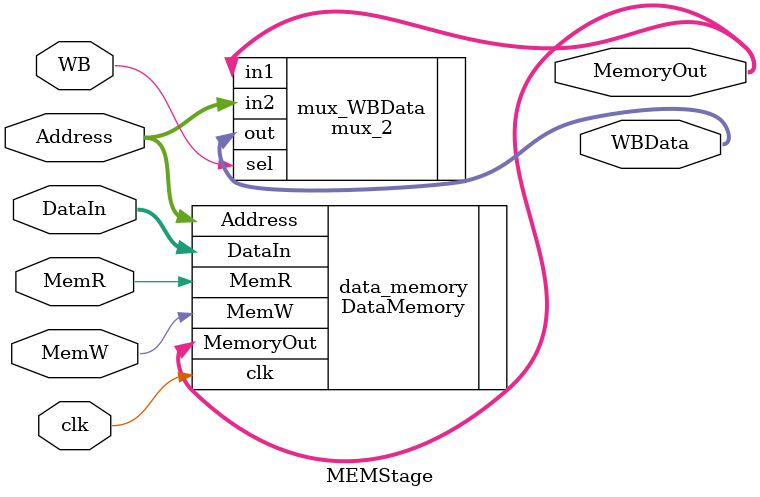
<source format=v>
module MEMStage (
    input wire clk,
    input wire [15:0] Address, // ALUOut
    input wire [15:0] DataIn,
    input wire MemR, 
    input wire MemW,
	input wire WB,

    output reg [15:0] MemoryOut, WBData
);	   

    // DataMemory instance
    DataMemory data_memory (
        .clk(clk),
        .MemW(MemW),
        .MemR(MemR),
        .Address(Address),
        .DataIn(DataIn),
        .MemoryOut(MemoryOut)
    );	 
	

	  mux_2 #(.LENGTH(16)) mux_WBData (
	    .in1(MemoryOut),
	    .in2(Address),
	    .sel(WB),
	    .out(WBData)
	  );  


endmodule
</source>
